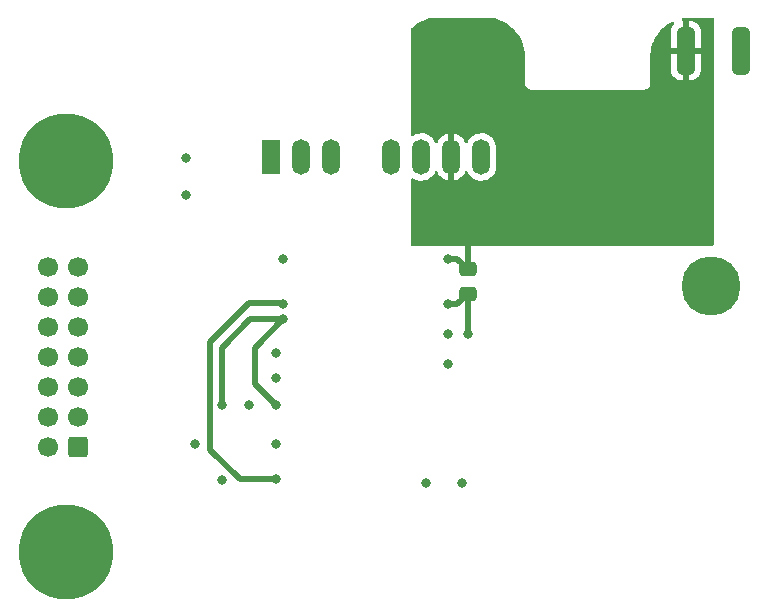
<source format=gbr>
%TF.GenerationSoftware,KiCad,Pcbnew,(6.0.1)*%
%TF.CreationDate,2022-08-22T15:24:11+03:00*%
%TF.ProjectId,Driver_Board,44726976-6572-45f4-926f-6172642e6b69,rev?*%
%TF.SameCoordinates,Original*%
%TF.FileFunction,Copper,L4,Bot*%
%TF.FilePolarity,Positive*%
%FSLAX46Y46*%
G04 Gerber Fmt 4.6, Leading zero omitted, Abs format (unit mm)*
G04 Created by KiCad (PCBNEW (6.0.1)) date 2022-08-22 15:24:11*
%MOMM*%
%LPD*%
G01*
G04 APERTURE LIST*
G04 Aperture macros list*
%AMRoundRect*
0 Rectangle with rounded corners*
0 $1 Rounding radius*
0 $2 $3 $4 $5 $6 $7 $8 $9 X,Y pos of 4 corners*
0 Add a 4 corners polygon primitive as box body*
4,1,4,$2,$3,$4,$5,$6,$7,$8,$9,$2,$3,0*
0 Add four circle primitives for the rounded corners*
1,1,$1+$1,$2,$3*
1,1,$1+$1,$4,$5*
1,1,$1+$1,$6,$7*
1,1,$1+$1,$8,$9*
0 Add four rect primitives between the rounded corners*
20,1,$1+$1,$2,$3,$4,$5,0*
20,1,$1+$1,$4,$5,$6,$7,0*
20,1,$1+$1,$6,$7,$8,$9,0*
20,1,$1+$1,$8,$9,$2,$3,0*%
G04 Aperture macros list end*
%TA.AperFunction,ComponentPad*%
%ADD10RoundRect,0.375000X-0.375000X-1.625000X0.375000X-1.625000X0.375000X1.625000X-0.375000X1.625000X0*%
%TD*%
%TA.AperFunction,ComponentPad*%
%ADD11RoundRect,0.250000X0.600000X0.600000X-0.600000X0.600000X-0.600000X-0.600000X0.600000X-0.600000X0*%
%TD*%
%TA.AperFunction,ComponentPad*%
%ADD12C,1.700000*%
%TD*%
%TA.AperFunction,ComponentPad*%
%ADD13C,8.000000*%
%TD*%
%TA.AperFunction,ComponentPad*%
%ADD14C,5.000000*%
%TD*%
%TA.AperFunction,ComponentPad*%
%ADD15R,1.500000X3.000000*%
%TD*%
%TA.AperFunction,ComponentPad*%
%ADD16O,1.500000X3.000000*%
%TD*%
%TA.AperFunction,SMDPad,CuDef*%
%ADD17RoundRect,0.250000X0.475000X-0.337500X0.475000X0.337500X-0.475000X0.337500X-0.475000X-0.337500X0*%
%TD*%
%TA.AperFunction,ViaPad*%
%ADD18C,0.800000*%
%TD*%
%TA.AperFunction,Conductor*%
%ADD19C,0.500000*%
%TD*%
G04 APERTURE END LIST*
D10*
%TO.P,J3,3,Pin_3*%
%TO.N,E_IGBT*%
X116504000Y-52070000D03*
%TO.P,J3,4,Pin_4*%
%TO.N,G_IGBT*%
X121204000Y-52070000D03*
%TD*%
D11*
%TO.P,J1,1,Pin_1*%
%TO.N,RDY*%
X65014500Y-85598000D03*
D12*
%TO.P,J1,2,Pin_2*%
%TO.N,GNDA*%
X62474500Y-85598000D03*
%TO.P,J1,3,Pin_3*%
%TO.N,FLT*%
X65014500Y-83058000D03*
%TO.P,J1,4,Pin_4*%
%TO.N,GNDA*%
X62474500Y-83058000D03*
%TO.P,J1,5,Pin_5*%
%TO.N,RST*%
X65014500Y-80518000D03*
%TO.P,J1,6,Pin_6*%
%TO.N,GNDA*%
X62474500Y-80518000D03*
%TO.P,J1,7,Pin_7*%
%TO.N,IN-*%
X65014500Y-77978000D03*
%TO.P,J1,8,Pin_8*%
%TO.N,GNDA*%
X62474500Y-77978000D03*
%TO.P,J1,9,Pin_9*%
%TO.N,IN+*%
X65014500Y-75438000D03*
%TO.P,J1,10,Pin_10*%
%TO.N,GNDA*%
X62474500Y-75438000D03*
%TO.P,J1,11,Pin_11*%
%TO.N,+5VD*%
X65014500Y-72898000D03*
%TO.P,J1,12,Pin_12*%
%TO.N,GNDA*%
X62474500Y-72898000D03*
%TO.P,J1,13,Pin_13*%
%TO.N,VAA*%
X65014500Y-70358000D03*
%TO.P,J1,14,Pin_14*%
%TO.N,GNDA*%
X62474500Y-70358000D03*
D13*
%TO.P,J1,MP*%
%TO.N,N/C*%
X63994500Y-61418000D03*
X63994500Y-94538000D03*
%TD*%
D14*
%TO.P,J4,1,Pin_1*%
%TO.N,C_IGBT*%
X118618000Y-72027000D03*
%TD*%
D15*
%TO.P,U1,1,-VIN*%
%TO.N,GNDA*%
X81412500Y-61084000D03*
D16*
%TO.P,U1,2,+VIN*%
%TO.N,VAA*%
X83952500Y-61084000D03*
%TO.P,U1,3,ON/~{OFF}*%
%TO.N,unconnected-(U1-Pad3)*%
X86492500Y-61084000D03*
%TO.P,U1,5,NC*%
%TO.N,unconnected-(U1-Pad5)*%
X91572500Y-61084000D03*
%TO.P,U1,6,+VOUT*%
%TO.N,+15V*%
X94112500Y-61084000D03*
%TO.P,U1,7,-VOUT*%
%TO.N,E_IGBT*%
X96652500Y-61084000D03*
%TO.P,U1,8,NC*%
%TO.N,unconnected-(U1-Pad8)*%
X99192500Y-61084000D03*
%TD*%
D17*
%TO.P,C2,1*%
%TO.N,+15V*%
X98044000Y-72665500D03*
%TO.P,C2,2*%
%TO.N,E_IGBT*%
X98044000Y-70590500D03*
%TD*%
D18*
%TO.N,GNDA*%
X77216000Y-88392000D03*
X74206500Y-61175500D03*
X81788000Y-79777500D03*
X82423000Y-69723000D03*
X74930000Y-85344000D03*
%TO.N,RDY*%
X82423000Y-73533000D03*
X81788000Y-88376000D03*
%TO.N,FLT*%
X81788000Y-82042000D03*
X82423000Y-74803000D03*
X77209750Y-82048250D03*
%TO.N,+15V*%
X94488000Y-88646000D03*
X98044000Y-76073000D03*
X96393000Y-73533000D03*
%TO.N,VAA*%
X74168000Y-64262000D03*
%TO.N,E_IGBT*%
X96393000Y-76073000D03*
X96393000Y-69723000D03*
X97536000Y-88646000D03*
X96393000Y-78613000D03*
X98044000Y-68072000D03*
%TO.N,+5VD*%
X79502000Y-82063500D03*
X81788000Y-85344000D03*
X81788000Y-77702500D03*
%TD*%
D19*
%TO.N,RDY*%
X78724000Y-88376000D02*
X76200000Y-85852000D01*
X76200000Y-85852000D02*
X76200000Y-76708000D01*
X76200000Y-76708000D02*
X79502000Y-73406000D01*
X79502000Y-73406000D02*
X82296000Y-73406000D01*
X82296000Y-73406000D02*
X82423000Y-73533000D01*
X81788000Y-88376000D02*
X78724000Y-88376000D01*
%TO.N,FLT*%
X77216000Y-77216000D02*
X79629000Y-74803000D01*
X80010000Y-77216000D02*
X82423000Y-74803000D01*
X80010000Y-80264000D02*
X80010000Y-77216000D01*
X77209750Y-82048250D02*
X77216000Y-82042000D01*
X79629000Y-74803000D02*
X82423000Y-74803000D01*
X77216000Y-82042000D02*
X77216000Y-77216000D01*
X81788000Y-82042000D02*
X80010000Y-80264000D01*
%TO.N,+15V*%
X98044000Y-72665500D02*
X98044000Y-76073000D01*
X96393000Y-73533000D02*
X97176500Y-73533000D01*
X97176500Y-73533000D02*
X98044000Y-72665500D01*
%TO.N,E_IGBT*%
X96393000Y-69723000D02*
X97176500Y-69723000D01*
X98044000Y-70590500D02*
X98044000Y-68072000D01*
X97176500Y-69723000D02*
X98044000Y-70590500D01*
%TD*%
%TA.AperFunction,Conductor*%
%TO.N,E_IGBT*%
G36*
X99574057Y-49277500D02*
G01*
X99588858Y-49279805D01*
X99588861Y-49279805D01*
X99597730Y-49281186D01*
X99616411Y-49278743D01*
X99639342Y-49277852D01*
X99942557Y-49293743D01*
X99955665Y-49295120D01*
X100195285Y-49333072D01*
X100284002Y-49347123D01*
X100296902Y-49349865D01*
X100618000Y-49435903D01*
X100630536Y-49439977D01*
X100718220Y-49473635D01*
X100940876Y-49559105D01*
X100952924Y-49564469D01*
X101249120Y-49715388D01*
X101260536Y-49721979D01*
X101539334Y-49903033D01*
X101549996Y-49910779D01*
X101808344Y-50119984D01*
X101818145Y-50128810D01*
X102053190Y-50363855D01*
X102062016Y-50373656D01*
X102271221Y-50632004D01*
X102278967Y-50642666D01*
X102460018Y-50921459D01*
X102466612Y-50932880D01*
X102617531Y-51229076D01*
X102622895Y-51241124D01*
X102742021Y-51551456D01*
X102746097Y-51564000D01*
X102832135Y-51885098D01*
X102834877Y-51897998D01*
X102886879Y-52226329D01*
X102888257Y-52239446D01*
X102903764Y-52535330D01*
X102902436Y-52561312D01*
X102902195Y-52562856D01*
X102902195Y-52562860D01*
X102900814Y-52571730D01*
X102901978Y-52580632D01*
X102901978Y-52580635D01*
X102904936Y-52603251D01*
X102906000Y-52619589D01*
X102906000Y-54855298D01*
X102905998Y-54856068D01*
X102905524Y-54933652D01*
X102907990Y-54942281D01*
X102907991Y-54942286D01*
X102913639Y-54962048D01*
X102917217Y-54978809D01*
X102920130Y-54999152D01*
X102920133Y-54999162D01*
X102921405Y-55008045D01*
X102932021Y-55031395D01*
X102938464Y-55048907D01*
X102945512Y-55073565D01*
X102961274Y-55098548D01*
X102969404Y-55113614D01*
X102981633Y-55140510D01*
X102998374Y-55159939D01*
X103009479Y-55174947D01*
X103023160Y-55196631D01*
X103029888Y-55202573D01*
X103045296Y-55216181D01*
X103057340Y-55228373D01*
X103076619Y-55250747D01*
X103084147Y-55255626D01*
X103084150Y-55255629D01*
X103098139Y-55264696D01*
X103113013Y-55275986D01*
X103132228Y-55292956D01*
X103140354Y-55296771D01*
X103140355Y-55296772D01*
X103146021Y-55299432D01*
X103158966Y-55305510D01*
X103173935Y-55313824D01*
X103198727Y-55329893D01*
X103215650Y-55334954D01*
X103223290Y-55337239D01*
X103240736Y-55343901D01*
X103263948Y-55354799D01*
X103293130Y-55359343D01*
X103309849Y-55363126D01*
X103329536Y-55369014D01*
X103329539Y-55369015D01*
X103338141Y-55371587D01*
X103347116Y-55371642D01*
X103347117Y-55371642D01*
X103353810Y-55371683D01*
X103372556Y-55371797D01*
X103373328Y-55371830D01*
X103374423Y-55372000D01*
X103405298Y-55372000D01*
X103406068Y-55372002D01*
X103479716Y-55372452D01*
X103479717Y-55372452D01*
X103483652Y-55372476D01*
X103484996Y-55372092D01*
X103486341Y-55372000D01*
X112985298Y-55372000D01*
X112986069Y-55372002D01*
X113063652Y-55372476D01*
X113072281Y-55370010D01*
X113072286Y-55370009D01*
X113092048Y-55364361D01*
X113108809Y-55360783D01*
X113129152Y-55357870D01*
X113129162Y-55357867D01*
X113138045Y-55356595D01*
X113161395Y-55345979D01*
X113178907Y-55339536D01*
X113194937Y-55334954D01*
X113203565Y-55332488D01*
X113228548Y-55316726D01*
X113243614Y-55308596D01*
X113270510Y-55296367D01*
X113289939Y-55279626D01*
X113304947Y-55268521D01*
X113319039Y-55259630D01*
X113326631Y-55254840D01*
X113346182Y-55232703D01*
X113358374Y-55220659D01*
X113373949Y-55207239D01*
X113373950Y-55207237D01*
X113380747Y-55201381D01*
X113385626Y-55193853D01*
X113385629Y-55193850D01*
X113394696Y-55179861D01*
X113405986Y-55164987D01*
X113417012Y-55152502D01*
X113422956Y-55145772D01*
X113435510Y-55119034D01*
X113443824Y-55104065D01*
X113459893Y-55079273D01*
X113467239Y-55054709D01*
X113473901Y-55037264D01*
X113480983Y-55022179D01*
X113484799Y-55014052D01*
X113489343Y-54984870D01*
X113493126Y-54968151D01*
X113499014Y-54948464D01*
X113499015Y-54948461D01*
X113501587Y-54939859D01*
X113501797Y-54905444D01*
X113501830Y-54904672D01*
X113502000Y-54903577D01*
X113502000Y-54872702D01*
X113502002Y-54871932D01*
X113502452Y-54798284D01*
X113502452Y-54798283D01*
X113502476Y-54794348D01*
X113502092Y-54793004D01*
X113502000Y-54791659D01*
X113502000Y-53754335D01*
X115246000Y-53754335D01*
X115246193Y-53759261D01*
X115251614Y-53828140D01*
X115253561Y-53839467D01*
X115298401Y-54006813D01*
X115303102Y-54019059D01*
X115381378Y-54172682D01*
X115388530Y-54183696D01*
X115497034Y-54317689D01*
X115506311Y-54326966D01*
X115640304Y-54435470D01*
X115651318Y-54442622D01*
X115804941Y-54520898D01*
X115817187Y-54525599D01*
X115984533Y-54570439D01*
X115995860Y-54572386D01*
X116064739Y-54577807D01*
X116069665Y-54578000D01*
X116231885Y-54578000D01*
X116247124Y-54573525D01*
X116248329Y-54572135D01*
X116250000Y-54564452D01*
X116250000Y-54559885D01*
X116758000Y-54559885D01*
X116762475Y-54575124D01*
X116763865Y-54576329D01*
X116771548Y-54578000D01*
X116938335Y-54578000D01*
X116943261Y-54577807D01*
X117012140Y-54572386D01*
X117023467Y-54570439D01*
X117190813Y-54525599D01*
X117203059Y-54520898D01*
X117356682Y-54442622D01*
X117367696Y-54435470D01*
X117501689Y-54326966D01*
X117510966Y-54317689D01*
X117619470Y-54183696D01*
X117626622Y-54172682D01*
X117704898Y-54019059D01*
X117709599Y-54006813D01*
X117754439Y-53839467D01*
X117756386Y-53828140D01*
X117761807Y-53759261D01*
X117762000Y-53754335D01*
X117762000Y-52342115D01*
X117757525Y-52326876D01*
X117756135Y-52325671D01*
X117748452Y-52324000D01*
X116776115Y-52324000D01*
X116760876Y-52328475D01*
X116759671Y-52329865D01*
X116758000Y-52337548D01*
X116758000Y-54559885D01*
X116250000Y-54559885D01*
X116250000Y-52342115D01*
X116245525Y-52326876D01*
X116244135Y-52325671D01*
X116236452Y-52324000D01*
X115264115Y-52324000D01*
X115248876Y-52328475D01*
X115247671Y-52329865D01*
X115246000Y-52337548D01*
X115246000Y-53754335D01*
X113502000Y-53754335D01*
X113502000Y-52627328D01*
X113503500Y-52607943D01*
X113505805Y-52593142D01*
X113505805Y-52593139D01*
X113507186Y-52584270D01*
X113504743Y-52565589D01*
X113503852Y-52542657D01*
X113519743Y-52239446D01*
X113521121Y-52226329D01*
X113573123Y-51897998D01*
X113575865Y-51885098D01*
X113661903Y-51564000D01*
X113665979Y-51551456D01*
X113785105Y-51241124D01*
X113790469Y-51229076D01*
X113941388Y-50932880D01*
X113947982Y-50921459D01*
X114129033Y-50642666D01*
X114136779Y-50632004D01*
X114345984Y-50373656D01*
X114354810Y-50363855D01*
X114589855Y-50128810D01*
X114599656Y-50119984D01*
X114858004Y-49910779D01*
X114868666Y-49903033D01*
X115147464Y-49721979D01*
X115158880Y-49715388D01*
X115357498Y-49614187D01*
X115427275Y-49601083D01*
X115493060Y-49627783D01*
X115533966Y-49685811D01*
X115537006Y-49756742D01*
X115503796Y-49815549D01*
X115497034Y-49822311D01*
X115388530Y-49956304D01*
X115381378Y-49967318D01*
X115303102Y-50120941D01*
X115298401Y-50133187D01*
X115253561Y-50300533D01*
X115251614Y-50311860D01*
X115246193Y-50380739D01*
X115246000Y-50385666D01*
X115246000Y-51797885D01*
X115250475Y-51813124D01*
X115251865Y-51814329D01*
X115259548Y-51816000D01*
X116231885Y-51816000D01*
X116247124Y-51811525D01*
X116248329Y-51810135D01*
X116250000Y-51802452D01*
X116250000Y-51797885D01*
X116758000Y-51797885D01*
X116762475Y-51813124D01*
X116763865Y-51814329D01*
X116771548Y-51816000D01*
X117743885Y-51816000D01*
X117759124Y-51811525D01*
X117760329Y-51810135D01*
X117762000Y-51802452D01*
X117762000Y-50385666D01*
X117761807Y-50380739D01*
X117756386Y-50311860D01*
X117754439Y-50300533D01*
X117709599Y-50133187D01*
X117704898Y-50120941D01*
X117626622Y-49967318D01*
X117619470Y-49956304D01*
X117510966Y-49822311D01*
X117501689Y-49813034D01*
X117367696Y-49704530D01*
X117356682Y-49697378D01*
X117203059Y-49619102D01*
X117190813Y-49614401D01*
X117023467Y-49569561D01*
X117012140Y-49567614D01*
X116943261Y-49562193D01*
X116938334Y-49562000D01*
X116776115Y-49562000D01*
X116760876Y-49566475D01*
X116759671Y-49567865D01*
X116758000Y-49575548D01*
X116758000Y-51797885D01*
X116250000Y-51797885D01*
X116250000Y-49580115D01*
X116245525Y-49564876D01*
X116219830Y-49542611D01*
X116220837Y-49541449D01*
X116210756Y-49535945D01*
X116176726Y-49473635D01*
X116181786Y-49402819D01*
X116224329Y-49345980D01*
X116280134Y-49322394D01*
X116339064Y-49313060D01*
X116452335Y-49295120D01*
X116465443Y-49293743D01*
X116761334Y-49278236D01*
X116787312Y-49279564D01*
X116788856Y-49279805D01*
X116788860Y-49279805D01*
X116797730Y-49281186D01*
X116806632Y-49280022D01*
X116806635Y-49280022D01*
X116829251Y-49277064D01*
X116845589Y-49276000D01*
X118746000Y-49276000D01*
X118814121Y-49296002D01*
X118860614Y-49349658D01*
X118872000Y-49402000D01*
X118872000Y-68454000D01*
X118851998Y-68522121D01*
X118798342Y-68568614D01*
X118746000Y-68580000D01*
X93344000Y-68580000D01*
X93275879Y-68559998D01*
X93229386Y-68506342D01*
X93218000Y-68454000D01*
X93218000Y-62985740D01*
X93238002Y-62917619D01*
X93291658Y-62871126D01*
X93361932Y-62861022D01*
X93414276Y-62881158D01*
X93446824Y-62903029D01*
X93503762Y-62941290D01*
X93709467Y-63031588D01*
X93714918Y-63032897D01*
X93714922Y-63032898D01*
X93922454Y-63082722D01*
X93927911Y-63084032D01*
X94011975Y-63088879D01*
X94146583Y-63096640D01*
X94146586Y-63096640D01*
X94152190Y-63096963D01*
X94375215Y-63069975D01*
X94589935Y-63003918D01*
X94594915Y-63001348D01*
X94594919Y-63001346D01*
X94784581Y-62903454D01*
X94784582Y-62903454D01*
X94789564Y-62900882D01*
X94967792Y-62764123D01*
X95118985Y-62597964D01*
X95238364Y-62407656D01*
X95265714Y-62339622D01*
X95309678Y-62283880D01*
X95376803Y-62260755D01*
X95445774Y-62277592D01*
X95496345Y-62332376D01*
X95562897Y-62471903D01*
X95568582Y-62481516D01*
X95693075Y-62654767D01*
X95700383Y-62663233D01*
X95853582Y-62811692D01*
X95862279Y-62818735D01*
X96039344Y-62937719D01*
X96049142Y-62943105D01*
X96244490Y-63028857D01*
X96255082Y-63032422D01*
X96380884Y-63062624D01*
X96394970Y-63061919D01*
X96398500Y-63053040D01*
X96398500Y-63052411D01*
X96906500Y-63052411D01*
X96910605Y-63066393D01*
X96920228Y-63067886D01*
X96920473Y-63067834D01*
X97124383Y-63005102D01*
X97134729Y-63000881D01*
X97324314Y-62903029D01*
X97333745Y-62897043D01*
X97503001Y-62767168D01*
X97511224Y-62759607D01*
X97654812Y-62601806D01*
X97661567Y-62592906D01*
X97774934Y-62412185D01*
X97780011Y-62402219D01*
X97805167Y-62339642D01*
X97849133Y-62283897D01*
X97916258Y-62260772D01*
X97985229Y-62277609D01*
X98035800Y-62332393D01*
X98104878Y-62477218D01*
X98235971Y-62659654D01*
X98240003Y-62663561D01*
X98392862Y-62811692D01*
X98397299Y-62815992D01*
X98583762Y-62941290D01*
X98789467Y-63031588D01*
X98794918Y-63032897D01*
X98794922Y-63032898D01*
X99002454Y-63082722D01*
X99007911Y-63084032D01*
X99091975Y-63088879D01*
X99226583Y-63096640D01*
X99226586Y-63096640D01*
X99232190Y-63096963D01*
X99455215Y-63069975D01*
X99669935Y-63003918D01*
X99674915Y-63001348D01*
X99674919Y-63001346D01*
X99864581Y-62903454D01*
X99864582Y-62903454D01*
X99869564Y-62900882D01*
X100047792Y-62764123D01*
X100198985Y-62597964D01*
X100318364Y-62407656D01*
X100402156Y-62199217D01*
X100447713Y-61979233D01*
X100451000Y-61922225D01*
X100451000Y-60277001D01*
X100436117Y-60110238D01*
X100376837Y-59893549D01*
X100372332Y-59884103D01*
X100282536Y-59695844D01*
X100280122Y-59690782D01*
X100149029Y-59508346D01*
X100041226Y-59403877D01*
X99991729Y-59355911D01*
X99991726Y-59355909D01*
X99987701Y-59352008D01*
X99801238Y-59226710D01*
X99595533Y-59136412D01*
X99590082Y-59135103D01*
X99590078Y-59135102D01*
X99382546Y-59085278D01*
X99382545Y-59085278D01*
X99377089Y-59083968D01*
X99293025Y-59079121D01*
X99158417Y-59071360D01*
X99158414Y-59071360D01*
X99152810Y-59071037D01*
X98929785Y-59098025D01*
X98715065Y-59164082D01*
X98710085Y-59166652D01*
X98710081Y-59166654D01*
X98567676Y-59240155D01*
X98515436Y-59267118D01*
X98337208Y-59403877D01*
X98186015Y-59570036D01*
X98066636Y-59760344D01*
X98039286Y-59828378D01*
X97995322Y-59884120D01*
X97928197Y-59907245D01*
X97859226Y-59890408D01*
X97808655Y-59835624D01*
X97742103Y-59696097D01*
X97736418Y-59686484D01*
X97611925Y-59513233D01*
X97604617Y-59504767D01*
X97451418Y-59356308D01*
X97442721Y-59349265D01*
X97265656Y-59230281D01*
X97255858Y-59224895D01*
X97060510Y-59139143D01*
X97049918Y-59135578D01*
X96924116Y-59105376D01*
X96910030Y-59106081D01*
X96906500Y-59114960D01*
X96906500Y-63052411D01*
X96398500Y-63052411D01*
X96398500Y-59115589D01*
X96394395Y-59101607D01*
X96384772Y-59100114D01*
X96384527Y-59100166D01*
X96180617Y-59162898D01*
X96170271Y-59167119D01*
X95980686Y-59264971D01*
X95971255Y-59270957D01*
X95801999Y-59400832D01*
X95793776Y-59408393D01*
X95650188Y-59566194D01*
X95643433Y-59575094D01*
X95530066Y-59755815D01*
X95524989Y-59765781D01*
X95499833Y-59828358D01*
X95455867Y-59884103D01*
X95388742Y-59907228D01*
X95319771Y-59890391D01*
X95269200Y-59835607D01*
X95200122Y-59690782D01*
X95069029Y-59508346D01*
X94961226Y-59403877D01*
X94911729Y-59355911D01*
X94911726Y-59355909D01*
X94907701Y-59352008D01*
X94721238Y-59226710D01*
X94515533Y-59136412D01*
X94510082Y-59135103D01*
X94510078Y-59135102D01*
X94302546Y-59085278D01*
X94302545Y-59085278D01*
X94297089Y-59083968D01*
X94213025Y-59079121D01*
X94078417Y-59071360D01*
X94078414Y-59071360D01*
X94072810Y-59071037D01*
X93849785Y-59098025D01*
X93635065Y-59164082D01*
X93630085Y-59166652D01*
X93630081Y-59166654D01*
X93487676Y-59240155D01*
X93435436Y-59267118D01*
X93430988Y-59270531D01*
X93430982Y-59270535D01*
X93420703Y-59278422D01*
X93354482Y-59304022D01*
X93284934Y-59289757D01*
X93234138Y-59240155D01*
X93218000Y-59178459D01*
X93218000Y-50252855D01*
X93238002Y-50184734D01*
X93254905Y-50163760D01*
X93289855Y-50128810D01*
X93299656Y-50119984D01*
X93558004Y-49910779D01*
X93568666Y-49903033D01*
X93847464Y-49721979D01*
X93858880Y-49715388D01*
X94155076Y-49564469D01*
X94167124Y-49559105D01*
X94389780Y-49473635D01*
X94477464Y-49439977D01*
X94490000Y-49435903D01*
X94811098Y-49349865D01*
X94823998Y-49347123D01*
X94912715Y-49333072D01*
X95152335Y-49295120D01*
X95165443Y-49293743D01*
X95461334Y-49278236D01*
X95487312Y-49279564D01*
X95488856Y-49279805D01*
X95488860Y-49279805D01*
X95497730Y-49281186D01*
X95506632Y-49280022D01*
X95506635Y-49280022D01*
X95529251Y-49277064D01*
X95545589Y-49276000D01*
X99554672Y-49276000D01*
X99574057Y-49277500D01*
G37*
%TD.AperFunction*%
%TD*%
M02*

</source>
